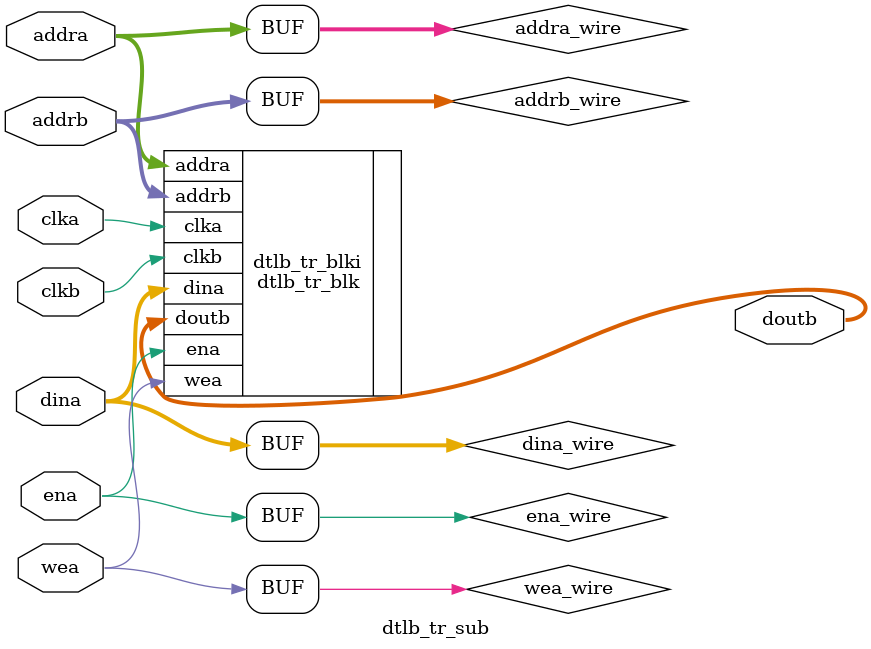
<source format=v>
/*******************************************************************************
*     This file is owned and controlled by Xilinx and must be used             *
*     solely for design, simulation, implementation and creation of            *
*     design files limited to Xilinx devices or technologies. Use              *
*     with non-Xilinx devices or technologies is expressly prohibited          *
*     and immediately terminates your license.                                 *
*                                                                              *
*     XILINX IS PROVIDING THIS DESIGN, CODE, OR INFORMATION "AS IS"            *
*     SOLELY FOR USE IN DEVELOPING PROGRAMS AND SOLUTIONS FOR                  *
*     XILINX DEVICES.  BY PROVIDING THIS DESIGN, CODE, OR INFORMATION          *
*     AS ONE POSSIBLE IMPLEMENTATION OF THIS FEATURE, APPLICATION              *
*     OR STANDARD, XILINX IS MAKING NO REPRESENTATION THAT THIS                *
*     IMPLEMENTATION IS FREE FROM ANY CLAIMS OF INFRINGEMENT,                  *
*     AND YOU ARE RESPONSIBLE FOR OBTAINING ANY RIGHTS YOU MAY REQUIRE         *
*     FOR YOUR IMPLEMENTATION.  XILINX EXPRESSLY DISCLAIMS ANY                 *
*     WARRANTY WHATSOEVER WITH RESPECT TO THE ADEQUACY OF THE                  *
*     IMPLEMENTATION, INCLUDING BUT NOT LIMITED TO ANY WARRANTIES OR           *
*     REPRESENTATIONS THAT THIS IMPLEMENTATION IS FREE FROM CLAIMS OF          *
*     INFRINGEMENT, IMPLIED WARRANTIES OF MERCHANTABILITY AND FITNESS          *
*     FOR A PARTICULAR PURPOSE.                                                *
*                                                                              *
*     Xilinx products are not intended for use in life support                 *
*     appliances, devices, or systems. Use in such applications are            *
*     expressly prohibited.                                                    *
*                                                                              *
*     (c) Copyright 1995-2009 Xilinx, Inc.                                     *
*     All rights reserved.                                                     *
*******************************************************************************/
// The synthesis directives "translate_off/translate_on" specified below are
// supported by Xilinx, Mentor Graphics and Synplicity synthesis
// tools. Ensure they are correct for your synthesis tool(s).

// You must compile the wrapper file dtlb_tr_blk.v when simulating
// the core, dtlb_tr_blk. When compiling the wrapper file, be sure to
// reference the XilinxCoreLib Verilog simulation library. For detailed
// instructions, please refer to the "CORE Generator Help".

`timescale 1ns/1ps

module dtlb_tr_sub(
	clka,
	ena,
	wea,
	addra,
	dina,
	clkb,
	addrb,
	doutb);


input clka;
input ena;
input [0 : 0] wea;
input [5 : 0] addra;
input [23 : 0] dina;
input clkb;
input [5 : 0] addrb;
output [23 : 0] doutb;

wire ena_wire;
wire [0 : 0] wea_wire;
wire [5 : 0] addra_wire;
wire [23 : 0] dina_wire;
wire [5 : 0] addrb_wire;

assign ena_wire = ena;
assign wea_wire = wea;
assign addra_wire = addra;
assign dina_wire = dina;
assign addrb_wire = addrb;

dtlb_tr_blk dtlb_tr_blki(
	.clka(clka),
	.ena(ena_wire),
	.wea(wea_wire),
	.addra(addra_wire),
	.dina(dina_wire),
	.clkb(clkb),
	.addrb(addrb_wire),
	.doutb(doutb));

endmodule


</source>
